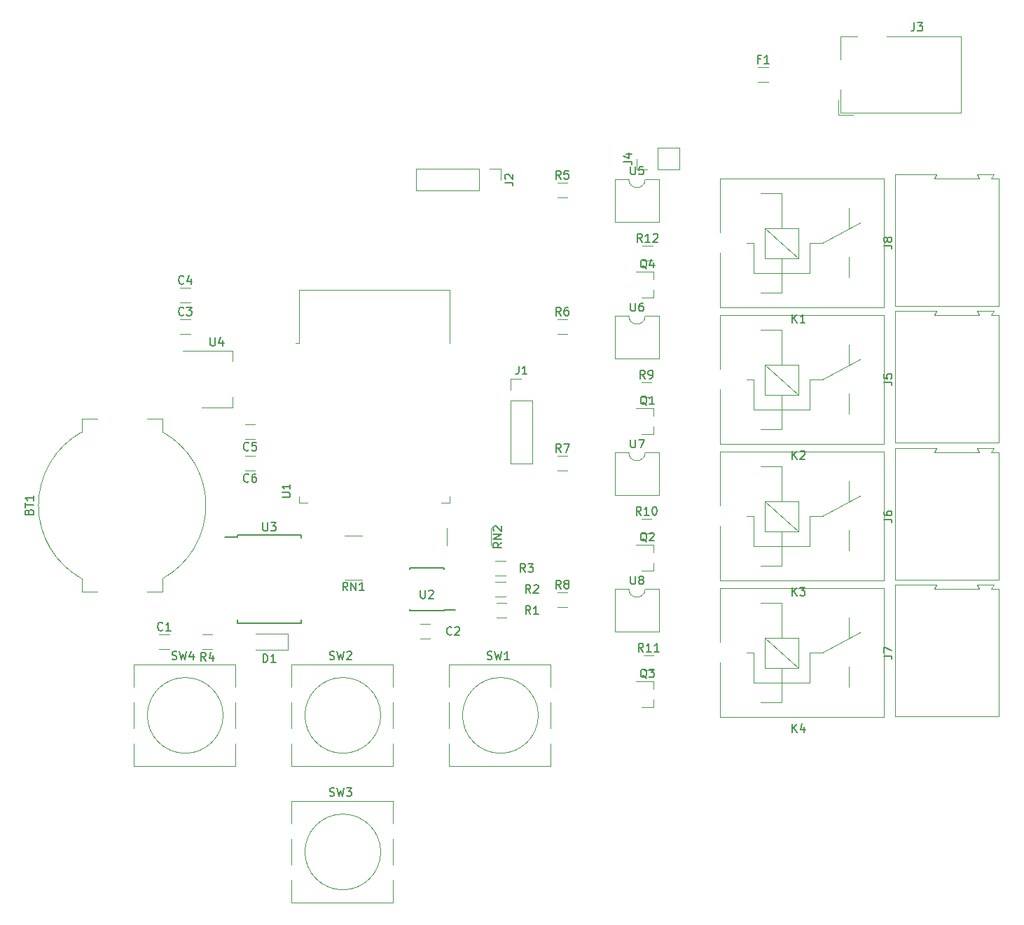
<source format=gbr>
G04 #@! TF.GenerationSoftware,KiCad,Pcbnew,5.0.2+dfsg1-1*
G04 #@! TF.CreationDate,2020-05-31T01:45:13+07:00*
G04 #@! TF.ProjectId,GatiHomeLampController,47617469-486f-46d6-954c-616d70436f6e,rev?*
G04 #@! TF.SameCoordinates,Original*
G04 #@! TF.FileFunction,Legend,Top*
G04 #@! TF.FilePolarity,Positive*
%FSLAX46Y46*%
G04 Gerber Fmt 4.6, Leading zero omitted, Abs format (unit mm)*
G04 Created by KiCad (PCBNEW 5.0.2+dfsg1-1) date Sun 31 May 2020 01:45:13 AM WIB*
%MOMM*%
%LPD*%
G01*
G04 APERTURE LIST*
%ADD10C,0.120000*%
%ADD11C,0.150000*%
G04 APERTURE END LIST*
D10*
G04 #@! TO.C,J6*
X181025000Y-79460000D02*
X181025000Y-95360000D01*
X186075000Y-79460000D02*
X181025000Y-79460000D01*
X185825000Y-79960000D02*
X186075000Y-79460000D01*
X191225000Y-79960000D02*
X185825000Y-79960000D01*
X190975000Y-79460000D02*
X191225000Y-79960000D01*
X192975000Y-79460000D02*
X190975000Y-79460000D01*
X192675000Y-79960000D02*
X192975000Y-79460000D01*
X193625000Y-79960000D02*
X192675000Y-79960000D01*
X193625000Y-95360000D02*
X193625000Y-79960000D01*
X181025000Y-95360000D02*
X193625000Y-95360000D01*
G04 #@! TO.C,J5*
X181025000Y-78770000D02*
X193625000Y-78770000D01*
X193625000Y-78770000D02*
X193625000Y-63370000D01*
X193625000Y-63370000D02*
X192675000Y-63370000D01*
X192675000Y-63370000D02*
X192975000Y-62870000D01*
X192975000Y-62870000D02*
X190975000Y-62870000D01*
X190975000Y-62870000D02*
X191225000Y-63370000D01*
X191225000Y-63370000D02*
X185825000Y-63370000D01*
X185825000Y-63370000D02*
X186075000Y-62870000D01*
X186075000Y-62870000D02*
X181025000Y-62870000D01*
X181025000Y-62870000D02*
X181025000Y-78770000D01*
G04 #@! TO.C,J8*
X181025000Y-46360000D02*
X181025000Y-62260000D01*
X186075000Y-46360000D02*
X181025000Y-46360000D01*
X185825000Y-46860000D02*
X186075000Y-46360000D01*
X191225000Y-46860000D02*
X185825000Y-46860000D01*
X190975000Y-46360000D02*
X191225000Y-46860000D01*
X192975000Y-46360000D02*
X190975000Y-46360000D01*
X192675000Y-46860000D02*
X192975000Y-46360000D01*
X193625000Y-46860000D02*
X192675000Y-46860000D01*
X193625000Y-62260000D02*
X193625000Y-46860000D01*
X181025000Y-62260000D02*
X193625000Y-62260000D01*
G04 #@! TO.C,J7*
X181025000Y-111870000D02*
X193625000Y-111870000D01*
X193625000Y-111870000D02*
X193625000Y-96470000D01*
X193625000Y-96470000D02*
X192675000Y-96470000D01*
X192675000Y-96470000D02*
X192975000Y-95970000D01*
X192975000Y-95970000D02*
X190975000Y-95970000D01*
X190975000Y-95970000D02*
X191225000Y-96470000D01*
X191225000Y-96470000D02*
X185825000Y-96470000D01*
X185825000Y-96470000D02*
X186075000Y-95970000D01*
X186075000Y-95970000D02*
X181025000Y-95970000D01*
X181025000Y-95970000D02*
X181025000Y-111870000D01*
G04 #@! TO.C,BT1*
X82745000Y-96830000D02*
X82745000Y-95222910D01*
X84630000Y-96830000D02*
X82745000Y-96830000D01*
X84630000Y-75890000D02*
X82745000Y-75890000D01*
X90630000Y-96830000D02*
X92515000Y-96830000D01*
X90630000Y-75890000D02*
X92515000Y-75890000D01*
X82745000Y-75890000D02*
X82745000Y-77497090D01*
X92515000Y-96830000D02*
X92515000Y-95222910D01*
X92515000Y-75890000D02*
X92515000Y-77497090D01*
X82745000Y-95222910D02*
G75*
G02X82745000Y-77497090I4885000J8862910D01*
G01*
X92511168Y-77494979D02*
G75*
G02X92515000Y-95222910I-4881168J-8865021D01*
G01*
G04 #@! TO.C,C1*
X92107936Y-101960000D02*
X93312064Y-101960000D01*
X92107936Y-103780000D02*
X93312064Y-103780000D01*
G04 #@! TO.C,C2*
X123640436Y-102510000D02*
X124844564Y-102510000D01*
X123640436Y-100690000D02*
X124844564Y-100690000D01*
G04 #@! TO.C,C3*
X94647936Y-65680000D02*
X95852064Y-65680000D01*
X94647936Y-63860000D02*
X95852064Y-63860000D01*
G04 #@! TO.C,C4*
X94647936Y-60050000D02*
X95852064Y-60050000D01*
X94647936Y-61870000D02*
X95852064Y-61870000D01*
G04 #@! TO.C,C5*
X103689564Y-76560000D02*
X102485436Y-76560000D01*
X103689564Y-78380000D02*
X102485436Y-78380000D01*
G04 #@! TO.C,C6*
X103689564Y-82190000D02*
X102485436Y-82190000D01*
X103689564Y-80370000D02*
X102485436Y-80370000D01*
G04 #@! TO.C,D1*
X107660000Y-103870000D02*
X107660000Y-101870000D01*
X107660000Y-101870000D02*
X103760000Y-101870000D01*
X107660000Y-103870000D02*
X103760000Y-103870000D01*
G04 #@! TO.C,F1*
X164497936Y-33380000D02*
X165702064Y-33380000D01*
X164497936Y-35200000D02*
X165702064Y-35200000D01*
G04 #@! TO.C,J1*
X134560000Y-71060000D02*
X135890000Y-71060000D01*
X134560000Y-72390000D02*
X134560000Y-71060000D01*
X134560000Y-73660000D02*
X137220000Y-73660000D01*
X137220000Y-73660000D02*
X137220000Y-81340000D01*
X134560000Y-73660000D02*
X134560000Y-81340000D01*
X134560000Y-81340000D02*
X137220000Y-81340000D01*
G04 #@! TO.C,J2*
X123130000Y-45660000D02*
X123130000Y-48320000D01*
X130810000Y-45660000D02*
X123130000Y-45660000D01*
X130810000Y-48320000D02*
X123130000Y-48320000D01*
X130810000Y-45660000D02*
X130810000Y-48320000D01*
X132080000Y-45660000D02*
X133410000Y-45660000D01*
X133410000Y-45660000D02*
X133410000Y-46990000D01*
G04 #@! TO.C,J3*
X180060000Y-29690000D02*
X189060000Y-29690000D01*
X189060000Y-29690000D02*
X189060000Y-38890000D01*
X189060000Y-38890000D02*
X174460000Y-38890000D01*
X174460000Y-38890000D02*
X174460000Y-36090000D01*
X174460000Y-32490000D02*
X174460000Y-29690000D01*
X174460000Y-29690000D02*
X176460000Y-29690000D01*
X175960000Y-39130000D02*
X174220000Y-39130000D01*
X174220000Y-39130000D02*
X174220000Y-37390000D01*
G04 #@! TO.C,J4*
X155000000Y-45780000D02*
X155000000Y-43120000D01*
X152400000Y-45780000D02*
X155000000Y-45780000D01*
X152400000Y-43120000D02*
X155000000Y-43120000D01*
X152400000Y-45780000D02*
X152400000Y-43120000D01*
X151130000Y-45780000D02*
X149800000Y-45780000D01*
X149800000Y-45780000D02*
X149800000Y-44450000D01*
G04 #@! TO.C,K1*
X169340000Y-56460000D02*
X165340000Y-56460000D01*
X169340000Y-52860000D02*
X169340000Y-56460000D01*
X165340000Y-52860000D02*
X169340000Y-52860000D01*
X165340000Y-56460000D02*
X165340000Y-52860000D01*
X169340000Y-56460000D02*
X165340000Y-52860000D01*
X167340000Y-56460000D02*
X167340000Y-60660000D01*
X167340000Y-48660000D02*
X167340000Y-52860000D01*
X163940000Y-54660000D02*
X163940000Y-58260000D01*
X170740000Y-54660000D02*
X170740000Y-58260000D01*
X170740000Y-58260000D02*
X163940000Y-58260000D01*
X172240000Y-54660000D02*
X176840000Y-52160000D01*
X170740000Y-54660000D02*
X172240000Y-54660000D01*
X167340000Y-48660000D02*
X164840000Y-48660000D01*
X163940000Y-54660000D02*
X163140000Y-54660000D01*
X164840000Y-60660000D02*
X167340000Y-60660000D01*
X175440000Y-50410000D02*
X175440000Y-52910000D01*
X175440000Y-58810000D02*
X175440000Y-56360000D01*
X179690000Y-62410000D02*
X159890000Y-62410000D01*
X179690000Y-46810000D02*
X179690000Y-62410000D01*
X159890000Y-46810000D02*
X179690000Y-46810000D01*
X159890000Y-46810000D02*
X159890000Y-53410000D01*
X159890000Y-55810000D02*
X159890000Y-62410000D01*
G04 #@! TO.C,K2*
X159890000Y-72320000D02*
X159890000Y-78920000D01*
X159890000Y-63320000D02*
X159890000Y-69920000D01*
X159890000Y-63320000D02*
X179690000Y-63320000D01*
X179690000Y-63320000D02*
X179690000Y-78920000D01*
X179690000Y-78920000D02*
X159890000Y-78920000D01*
X175440000Y-75320000D02*
X175440000Y-72870000D01*
X175440000Y-66920000D02*
X175440000Y-69420000D01*
X164840000Y-77170000D02*
X167340000Y-77170000D01*
X163940000Y-71170000D02*
X163140000Y-71170000D01*
X167340000Y-65170000D02*
X164840000Y-65170000D01*
X170740000Y-71170000D02*
X172240000Y-71170000D01*
X172240000Y-71170000D02*
X176840000Y-68670000D01*
X170740000Y-74770000D02*
X163940000Y-74770000D01*
X170740000Y-71170000D02*
X170740000Y-74770000D01*
X163940000Y-71170000D02*
X163940000Y-74770000D01*
X167340000Y-65170000D02*
X167340000Y-69370000D01*
X167340000Y-72970000D02*
X167340000Y-77170000D01*
X169340000Y-72970000D02*
X165340000Y-69370000D01*
X165340000Y-72970000D02*
X165340000Y-69370000D01*
X165340000Y-69370000D02*
X169340000Y-69370000D01*
X169340000Y-69370000D02*
X169340000Y-72970000D01*
X169340000Y-72970000D02*
X165340000Y-72970000D01*
G04 #@! TO.C,K3*
X169340000Y-89480000D02*
X165340000Y-89480000D01*
X169340000Y-85880000D02*
X169340000Y-89480000D01*
X165340000Y-85880000D02*
X169340000Y-85880000D01*
X165340000Y-89480000D02*
X165340000Y-85880000D01*
X169340000Y-89480000D02*
X165340000Y-85880000D01*
X167340000Y-89480000D02*
X167340000Y-93680000D01*
X167340000Y-81680000D02*
X167340000Y-85880000D01*
X163940000Y-87680000D02*
X163940000Y-91280000D01*
X170740000Y-87680000D02*
X170740000Y-91280000D01*
X170740000Y-91280000D02*
X163940000Y-91280000D01*
X172240000Y-87680000D02*
X176840000Y-85180000D01*
X170740000Y-87680000D02*
X172240000Y-87680000D01*
X167340000Y-81680000D02*
X164840000Y-81680000D01*
X163940000Y-87680000D02*
X163140000Y-87680000D01*
X164840000Y-93680000D02*
X167340000Y-93680000D01*
X175440000Y-83430000D02*
X175440000Y-85930000D01*
X175440000Y-91830000D02*
X175440000Y-89380000D01*
X179690000Y-95430000D02*
X159890000Y-95430000D01*
X179690000Y-79830000D02*
X179690000Y-95430000D01*
X159890000Y-79830000D02*
X179690000Y-79830000D01*
X159890000Y-79830000D02*
X159890000Y-86430000D01*
X159890000Y-88830000D02*
X159890000Y-95430000D01*
G04 #@! TO.C,K4*
X159890000Y-105340000D02*
X159890000Y-111940000D01*
X159890000Y-96340000D02*
X159890000Y-102940000D01*
X159890000Y-96340000D02*
X179690000Y-96340000D01*
X179690000Y-96340000D02*
X179690000Y-111940000D01*
X179690000Y-111940000D02*
X159890000Y-111940000D01*
X175440000Y-108340000D02*
X175440000Y-105890000D01*
X175440000Y-99940000D02*
X175440000Y-102440000D01*
X164840000Y-110190000D02*
X167340000Y-110190000D01*
X163940000Y-104190000D02*
X163140000Y-104190000D01*
X167340000Y-98190000D02*
X164840000Y-98190000D01*
X170740000Y-104190000D02*
X172240000Y-104190000D01*
X172240000Y-104190000D02*
X176840000Y-101690000D01*
X170740000Y-107790000D02*
X163940000Y-107790000D01*
X170740000Y-104190000D02*
X170740000Y-107790000D01*
X163940000Y-104190000D02*
X163940000Y-107790000D01*
X167340000Y-98190000D02*
X167340000Y-102390000D01*
X167340000Y-105990000D02*
X167340000Y-110190000D01*
X169340000Y-105990000D02*
X165340000Y-102390000D01*
X165340000Y-105990000D02*
X165340000Y-102390000D01*
X165340000Y-102390000D02*
X169340000Y-102390000D01*
X169340000Y-102390000D02*
X169340000Y-105990000D01*
X169340000Y-105990000D02*
X165340000Y-105990000D01*
G04 #@! TO.C,Q1*
X151890000Y-77780000D02*
X151890000Y-76850000D01*
X151890000Y-74620000D02*
X151890000Y-75550000D01*
X151890000Y-74620000D02*
X149730000Y-74620000D01*
X151890000Y-77780000D02*
X150430000Y-77780000D01*
G04 #@! TO.C,Q2*
X151890000Y-94290000D02*
X150430000Y-94290000D01*
X151890000Y-91130000D02*
X149730000Y-91130000D01*
X151890000Y-91130000D02*
X151890000Y-92060000D01*
X151890000Y-94290000D02*
X151890000Y-93360000D01*
G04 #@! TO.C,Q3*
X151890000Y-110800000D02*
X151890000Y-109870000D01*
X151890000Y-107640000D02*
X151890000Y-108570000D01*
X151890000Y-107640000D02*
X149730000Y-107640000D01*
X151890000Y-110800000D02*
X150430000Y-110800000D01*
G04 #@! TO.C,Q4*
X151890000Y-61270000D02*
X150430000Y-61270000D01*
X151890000Y-58110000D02*
X149730000Y-58110000D01*
X151890000Y-58110000D02*
X151890000Y-59040000D01*
X151890000Y-61270000D02*
X151890000Y-60340000D01*
G04 #@! TO.C,R1*
X132877936Y-99970000D02*
X134082064Y-99970000D01*
X132877936Y-98150000D02*
X134082064Y-98150000D01*
G04 #@! TO.C,R2*
X132747936Y-95610000D02*
X133952064Y-95610000D01*
X132747936Y-97430000D02*
X133952064Y-97430000D01*
G04 #@! TO.C,R3*
X132747936Y-94890000D02*
X133952064Y-94890000D01*
X132747936Y-93070000D02*
X133952064Y-93070000D01*
G04 #@! TO.C,R4*
X98522064Y-101960000D02*
X97317936Y-101960000D01*
X98522064Y-103780000D02*
X97317936Y-103780000D01*
G04 #@! TO.C,R5*
X140237936Y-49170000D02*
X141442064Y-49170000D01*
X140237936Y-47350000D02*
X141442064Y-47350000D01*
G04 #@! TO.C,R6*
X140237936Y-63860000D02*
X141442064Y-63860000D01*
X140237936Y-65680000D02*
X141442064Y-65680000D01*
G04 #@! TO.C,R7*
X140237936Y-80370000D02*
X141442064Y-80370000D01*
X140237936Y-82190000D02*
X141442064Y-82190000D01*
G04 #@! TO.C,R8*
X140237936Y-98700000D02*
X141442064Y-98700000D01*
X140237936Y-96880000D02*
X141442064Y-96880000D01*
G04 #@! TO.C,R9*
X150397936Y-71480000D02*
X151602064Y-71480000D01*
X150397936Y-73300000D02*
X151602064Y-73300000D01*
G04 #@! TO.C,R10*
X150397936Y-87990000D02*
X151602064Y-87990000D01*
X150397936Y-89810000D02*
X151602064Y-89810000D01*
G04 #@! TO.C,R11*
X150657936Y-106320000D02*
X151862064Y-106320000D01*
X150657936Y-104500000D02*
X151862064Y-104500000D01*
G04 #@! TO.C,R12*
X150527936Y-54970000D02*
X151732064Y-54970000D01*
X150527936Y-56790000D02*
X151732064Y-56790000D01*
G04 #@! TO.C,RN1*
X114520000Y-95380000D02*
X116620000Y-95380000D01*
X114520000Y-90040000D02*
X116620000Y-90040000D01*
G04 #@! TO.C,RN2*
X126870000Y-91220000D02*
X126870000Y-89120000D01*
X132210000Y-91220000D02*
X132210000Y-89120000D01*
G04 #@! TO.C,SW1*
X139400000Y-105570000D02*
X139400000Y-108290000D01*
X139400000Y-115150000D02*
X139400000Y-117870000D01*
X127100000Y-113290000D02*
X127100000Y-110150000D01*
X127100000Y-117870000D02*
X127100000Y-115150000D01*
X137929050Y-111760000D02*
G75*
G03X137929050Y-111760000I-4579050J0D01*
G01*
X127100000Y-108290000D02*
X127100000Y-105570000D01*
X139400000Y-117870000D02*
X127100000Y-117870000D01*
X139400000Y-110150000D02*
X139400000Y-113290000D01*
X127100000Y-105570000D02*
X139400000Y-105570000D01*
G04 #@! TO.C,SW2*
X108050000Y-105570000D02*
X120350000Y-105570000D01*
X120350000Y-110150000D02*
X120350000Y-113290000D01*
X120350000Y-117870000D02*
X108050000Y-117870000D01*
X108050000Y-108290000D02*
X108050000Y-105570000D01*
X118879050Y-111760000D02*
G75*
G03X118879050Y-111760000I-4579050J0D01*
G01*
X108050000Y-117870000D02*
X108050000Y-115150000D01*
X108050000Y-113290000D02*
X108050000Y-110150000D01*
X120350000Y-115150000D02*
X120350000Y-117870000D01*
X120350000Y-105570000D02*
X120350000Y-108290000D01*
G04 #@! TO.C,SW3*
X108050000Y-122080000D02*
X120350000Y-122080000D01*
X120350000Y-126660000D02*
X120350000Y-129800000D01*
X120350000Y-134380000D02*
X108050000Y-134380000D01*
X108050000Y-124800000D02*
X108050000Y-122080000D01*
X118879050Y-128270000D02*
G75*
G03X118879050Y-128270000I-4579050J0D01*
G01*
X108050000Y-134380000D02*
X108050000Y-131660000D01*
X108050000Y-129800000D02*
X108050000Y-126660000D01*
X120350000Y-131660000D02*
X120350000Y-134380000D01*
X120350000Y-122080000D02*
X120350000Y-124800000D01*
G04 #@! TO.C,SW4*
X101300000Y-105570000D02*
X101300000Y-108290000D01*
X101300000Y-115150000D02*
X101300000Y-117870000D01*
X89000000Y-113290000D02*
X89000000Y-110150000D01*
X89000000Y-117870000D02*
X89000000Y-115150000D01*
X99829050Y-111760000D02*
G75*
G03X99829050Y-111760000I-4579050J0D01*
G01*
X89000000Y-108290000D02*
X89000000Y-105570000D01*
X101300000Y-117870000D02*
X89000000Y-117870000D01*
X101300000Y-110150000D02*
X101300000Y-113290000D01*
X89000000Y-105570000D02*
X101300000Y-105570000D01*
G04 #@! TO.C,U1*
X108990000Y-85300000D02*
X108990000Y-86080000D01*
X108990000Y-86080000D02*
X109990000Y-86080000D01*
X127230000Y-85300000D02*
X127230000Y-86080000D01*
X127230000Y-86080000D02*
X126230000Y-86080000D01*
X108990000Y-60335000D02*
X127230000Y-60335000D01*
X127230000Y-60335000D02*
X127230000Y-66755000D01*
X108990000Y-60335000D02*
X108990000Y-66755000D01*
X108990000Y-66755000D02*
X108610000Y-66755000D01*
D11*
G04 #@! TO.C,U2*
X126535000Y-99095000D02*
X126535000Y-99045000D01*
X122385000Y-99095000D02*
X122385000Y-98950000D01*
X122385000Y-93945000D02*
X122385000Y-94090000D01*
X126535000Y-93945000D02*
X126535000Y-94090000D01*
X126535000Y-99095000D02*
X122385000Y-99095000D01*
X126535000Y-93945000D02*
X122385000Y-93945000D01*
X126535000Y-99045000D02*
X127935000Y-99045000D01*
G04 #@! TO.C,U3*
X101535000Y-89925000D02*
X101535000Y-90200000D01*
X109285000Y-89925000D02*
X109285000Y-90280000D01*
X109285000Y-100575000D02*
X109285000Y-100220000D01*
X101535000Y-100575000D02*
X101535000Y-100220000D01*
X101535000Y-89925000D02*
X109285000Y-89925000D01*
X101535000Y-100575000D02*
X109285000Y-100575000D01*
X101535000Y-90200000D02*
X100010000Y-90200000D01*
D10*
G04 #@! TO.C,U4*
X100970000Y-74530000D02*
X100970000Y-73270000D01*
X100970000Y-67710000D02*
X100970000Y-68970000D01*
X97210000Y-74530000D02*
X100970000Y-74530000D01*
X94960000Y-67710000D02*
X100970000Y-67710000D01*
G04 #@! TO.C,U5*
X150860000Y-46930000D02*
G75*
G02X148860000Y-46930000I-1000000J0D01*
G01*
X148860000Y-46930000D02*
X147210000Y-46930000D01*
X147210000Y-46930000D02*
X147210000Y-52130000D01*
X147210000Y-52130000D02*
X152510000Y-52130000D01*
X152510000Y-52130000D02*
X152510000Y-46930000D01*
X152510000Y-46930000D02*
X150860000Y-46930000D01*
G04 #@! TO.C,U6*
X152510000Y-63440000D02*
X150860000Y-63440000D01*
X152510000Y-68640000D02*
X152510000Y-63440000D01*
X147210000Y-68640000D02*
X152510000Y-68640000D01*
X147210000Y-63440000D02*
X147210000Y-68640000D01*
X148860000Y-63440000D02*
X147210000Y-63440000D01*
X150860000Y-63440000D02*
G75*
G02X148860000Y-63440000I-1000000J0D01*
G01*
G04 #@! TO.C,U7*
X150860000Y-79950000D02*
G75*
G02X148860000Y-79950000I-1000000J0D01*
G01*
X148860000Y-79950000D02*
X147210000Y-79950000D01*
X147210000Y-79950000D02*
X147210000Y-85150000D01*
X147210000Y-85150000D02*
X152510000Y-85150000D01*
X152510000Y-85150000D02*
X152510000Y-79950000D01*
X152510000Y-79950000D02*
X150860000Y-79950000D01*
G04 #@! TO.C,U8*
X152510000Y-96460000D02*
X150860000Y-96460000D01*
X152510000Y-101660000D02*
X152510000Y-96460000D01*
X147210000Y-101660000D02*
X152510000Y-101660000D01*
X147210000Y-96460000D02*
X147210000Y-101660000D01*
X148860000Y-96460000D02*
X147210000Y-96460000D01*
X150860000Y-96460000D02*
G75*
G02X148860000Y-96460000I-1000000J0D01*
G01*
G04 #@! TO.C,J6*
D11*
X179677380Y-88043333D02*
X180391666Y-88043333D01*
X180534523Y-88090952D01*
X180629761Y-88186190D01*
X180677380Y-88329047D01*
X180677380Y-88424285D01*
X179677380Y-87138571D02*
X179677380Y-87329047D01*
X179725000Y-87424285D01*
X179772619Y-87471904D01*
X179915476Y-87567142D01*
X180105952Y-87614761D01*
X180486904Y-87614761D01*
X180582142Y-87567142D01*
X180629761Y-87519523D01*
X180677380Y-87424285D01*
X180677380Y-87233809D01*
X180629761Y-87138571D01*
X180582142Y-87090952D01*
X180486904Y-87043333D01*
X180248809Y-87043333D01*
X180153571Y-87090952D01*
X180105952Y-87138571D01*
X180058333Y-87233809D01*
X180058333Y-87424285D01*
X180105952Y-87519523D01*
X180153571Y-87567142D01*
X180248809Y-87614761D01*
G04 #@! TO.C,J5*
X179677380Y-71453333D02*
X180391666Y-71453333D01*
X180534523Y-71500952D01*
X180629761Y-71596190D01*
X180677380Y-71739047D01*
X180677380Y-71834285D01*
X179677380Y-70500952D02*
X179677380Y-70977142D01*
X180153571Y-71024761D01*
X180105952Y-70977142D01*
X180058333Y-70881904D01*
X180058333Y-70643809D01*
X180105952Y-70548571D01*
X180153571Y-70500952D01*
X180248809Y-70453333D01*
X180486904Y-70453333D01*
X180582142Y-70500952D01*
X180629761Y-70548571D01*
X180677380Y-70643809D01*
X180677380Y-70881904D01*
X180629761Y-70977142D01*
X180582142Y-71024761D01*
G04 #@! TO.C,J8*
X179677380Y-54943333D02*
X180391666Y-54943333D01*
X180534523Y-54990952D01*
X180629761Y-55086190D01*
X180677380Y-55229047D01*
X180677380Y-55324285D01*
X180105952Y-54324285D02*
X180058333Y-54419523D01*
X180010714Y-54467142D01*
X179915476Y-54514761D01*
X179867857Y-54514761D01*
X179772619Y-54467142D01*
X179725000Y-54419523D01*
X179677380Y-54324285D01*
X179677380Y-54133809D01*
X179725000Y-54038571D01*
X179772619Y-53990952D01*
X179867857Y-53943333D01*
X179915476Y-53943333D01*
X180010714Y-53990952D01*
X180058333Y-54038571D01*
X180105952Y-54133809D01*
X180105952Y-54324285D01*
X180153571Y-54419523D01*
X180201190Y-54467142D01*
X180296428Y-54514761D01*
X180486904Y-54514761D01*
X180582142Y-54467142D01*
X180629761Y-54419523D01*
X180677380Y-54324285D01*
X180677380Y-54133809D01*
X180629761Y-54038571D01*
X180582142Y-53990952D01*
X180486904Y-53943333D01*
X180296428Y-53943333D01*
X180201190Y-53990952D01*
X180153571Y-54038571D01*
X180105952Y-54133809D01*
G04 #@! TO.C,J7*
X179677380Y-104553333D02*
X180391666Y-104553333D01*
X180534523Y-104600952D01*
X180629761Y-104696190D01*
X180677380Y-104839047D01*
X180677380Y-104934285D01*
X179677380Y-104172380D02*
X179677380Y-103505714D01*
X180677380Y-103934285D01*
G04 #@! TO.C,BT1*
X76358571Y-87145714D02*
X76406190Y-87002857D01*
X76453809Y-86955238D01*
X76549047Y-86907619D01*
X76691904Y-86907619D01*
X76787142Y-86955238D01*
X76834761Y-87002857D01*
X76882380Y-87098095D01*
X76882380Y-87479047D01*
X75882380Y-87479047D01*
X75882380Y-87145714D01*
X75930000Y-87050476D01*
X75977619Y-87002857D01*
X76072857Y-86955238D01*
X76168095Y-86955238D01*
X76263333Y-87002857D01*
X76310952Y-87050476D01*
X76358571Y-87145714D01*
X76358571Y-87479047D01*
X75882380Y-86621904D02*
X75882380Y-86050476D01*
X76882380Y-86336190D02*
X75882380Y-86336190D01*
X76882380Y-85193333D02*
X76882380Y-85764761D01*
X76882380Y-85479047D02*
X75882380Y-85479047D01*
X76025238Y-85574285D01*
X76120476Y-85669523D01*
X76168095Y-85764761D01*
G04 #@! TO.C,C1*
X92543333Y-101407142D02*
X92495714Y-101454761D01*
X92352857Y-101502380D01*
X92257619Y-101502380D01*
X92114761Y-101454761D01*
X92019523Y-101359523D01*
X91971904Y-101264285D01*
X91924285Y-101073809D01*
X91924285Y-100930952D01*
X91971904Y-100740476D01*
X92019523Y-100645238D01*
X92114761Y-100550000D01*
X92257619Y-100502380D01*
X92352857Y-100502380D01*
X92495714Y-100550000D01*
X92543333Y-100597619D01*
X93495714Y-101502380D02*
X92924285Y-101502380D01*
X93210000Y-101502380D02*
X93210000Y-100502380D01*
X93114761Y-100645238D01*
X93019523Y-100740476D01*
X92924285Y-100788095D01*
G04 #@! TO.C,C2*
X127468333Y-101957142D02*
X127420714Y-102004761D01*
X127277857Y-102052380D01*
X127182619Y-102052380D01*
X127039761Y-102004761D01*
X126944523Y-101909523D01*
X126896904Y-101814285D01*
X126849285Y-101623809D01*
X126849285Y-101480952D01*
X126896904Y-101290476D01*
X126944523Y-101195238D01*
X127039761Y-101100000D01*
X127182619Y-101052380D01*
X127277857Y-101052380D01*
X127420714Y-101100000D01*
X127468333Y-101147619D01*
X127849285Y-101147619D02*
X127896904Y-101100000D01*
X127992142Y-101052380D01*
X128230238Y-101052380D01*
X128325476Y-101100000D01*
X128373095Y-101147619D01*
X128420714Y-101242857D01*
X128420714Y-101338095D01*
X128373095Y-101480952D01*
X127801666Y-102052380D01*
X128420714Y-102052380D01*
G04 #@! TO.C,C3*
X95083333Y-63307142D02*
X95035714Y-63354761D01*
X94892857Y-63402380D01*
X94797619Y-63402380D01*
X94654761Y-63354761D01*
X94559523Y-63259523D01*
X94511904Y-63164285D01*
X94464285Y-62973809D01*
X94464285Y-62830952D01*
X94511904Y-62640476D01*
X94559523Y-62545238D01*
X94654761Y-62450000D01*
X94797619Y-62402380D01*
X94892857Y-62402380D01*
X95035714Y-62450000D01*
X95083333Y-62497619D01*
X95416666Y-62402380D02*
X96035714Y-62402380D01*
X95702380Y-62783333D01*
X95845238Y-62783333D01*
X95940476Y-62830952D01*
X95988095Y-62878571D01*
X96035714Y-62973809D01*
X96035714Y-63211904D01*
X95988095Y-63307142D01*
X95940476Y-63354761D01*
X95845238Y-63402380D01*
X95559523Y-63402380D01*
X95464285Y-63354761D01*
X95416666Y-63307142D01*
G04 #@! TO.C,C4*
X95083333Y-59497142D02*
X95035714Y-59544761D01*
X94892857Y-59592380D01*
X94797619Y-59592380D01*
X94654761Y-59544761D01*
X94559523Y-59449523D01*
X94511904Y-59354285D01*
X94464285Y-59163809D01*
X94464285Y-59020952D01*
X94511904Y-58830476D01*
X94559523Y-58735238D01*
X94654761Y-58640000D01*
X94797619Y-58592380D01*
X94892857Y-58592380D01*
X95035714Y-58640000D01*
X95083333Y-58687619D01*
X95940476Y-58925714D02*
X95940476Y-59592380D01*
X95702380Y-58544761D02*
X95464285Y-59259047D01*
X96083333Y-59259047D01*
G04 #@! TO.C,C5*
X102920833Y-79647142D02*
X102873214Y-79694761D01*
X102730357Y-79742380D01*
X102635119Y-79742380D01*
X102492261Y-79694761D01*
X102397023Y-79599523D01*
X102349404Y-79504285D01*
X102301785Y-79313809D01*
X102301785Y-79170952D01*
X102349404Y-78980476D01*
X102397023Y-78885238D01*
X102492261Y-78790000D01*
X102635119Y-78742380D01*
X102730357Y-78742380D01*
X102873214Y-78790000D01*
X102920833Y-78837619D01*
X103825595Y-78742380D02*
X103349404Y-78742380D01*
X103301785Y-79218571D01*
X103349404Y-79170952D01*
X103444642Y-79123333D01*
X103682738Y-79123333D01*
X103777976Y-79170952D01*
X103825595Y-79218571D01*
X103873214Y-79313809D01*
X103873214Y-79551904D01*
X103825595Y-79647142D01*
X103777976Y-79694761D01*
X103682738Y-79742380D01*
X103444642Y-79742380D01*
X103349404Y-79694761D01*
X103301785Y-79647142D01*
G04 #@! TO.C,C6*
X102920833Y-83457142D02*
X102873214Y-83504761D01*
X102730357Y-83552380D01*
X102635119Y-83552380D01*
X102492261Y-83504761D01*
X102397023Y-83409523D01*
X102349404Y-83314285D01*
X102301785Y-83123809D01*
X102301785Y-82980952D01*
X102349404Y-82790476D01*
X102397023Y-82695238D01*
X102492261Y-82600000D01*
X102635119Y-82552380D01*
X102730357Y-82552380D01*
X102873214Y-82600000D01*
X102920833Y-82647619D01*
X103777976Y-82552380D02*
X103587500Y-82552380D01*
X103492261Y-82600000D01*
X103444642Y-82647619D01*
X103349404Y-82790476D01*
X103301785Y-82980952D01*
X103301785Y-83361904D01*
X103349404Y-83457142D01*
X103397023Y-83504761D01*
X103492261Y-83552380D01*
X103682738Y-83552380D01*
X103777976Y-83504761D01*
X103825595Y-83457142D01*
X103873214Y-83361904D01*
X103873214Y-83123809D01*
X103825595Y-83028571D01*
X103777976Y-82980952D01*
X103682738Y-82933333D01*
X103492261Y-82933333D01*
X103397023Y-82980952D01*
X103349404Y-83028571D01*
X103301785Y-83123809D01*
G04 #@! TO.C,D1*
X104671904Y-105322380D02*
X104671904Y-104322380D01*
X104910000Y-104322380D01*
X105052857Y-104370000D01*
X105148095Y-104465238D01*
X105195714Y-104560476D01*
X105243333Y-104750952D01*
X105243333Y-104893809D01*
X105195714Y-105084285D01*
X105148095Y-105179523D01*
X105052857Y-105274761D01*
X104910000Y-105322380D01*
X104671904Y-105322380D01*
X106195714Y-105322380D02*
X105624285Y-105322380D01*
X105910000Y-105322380D02*
X105910000Y-104322380D01*
X105814761Y-104465238D01*
X105719523Y-104560476D01*
X105624285Y-104608095D01*
G04 #@! TO.C,F1*
X164766666Y-32398571D02*
X164433333Y-32398571D01*
X164433333Y-32922380D02*
X164433333Y-31922380D01*
X164909523Y-31922380D01*
X165814285Y-32922380D02*
X165242857Y-32922380D01*
X165528571Y-32922380D02*
X165528571Y-31922380D01*
X165433333Y-32065238D01*
X165338095Y-32160476D01*
X165242857Y-32208095D01*
G04 #@! TO.C,J1*
X135556666Y-69512380D02*
X135556666Y-70226666D01*
X135509047Y-70369523D01*
X135413809Y-70464761D01*
X135270952Y-70512380D01*
X135175714Y-70512380D01*
X136556666Y-70512380D02*
X135985238Y-70512380D01*
X136270952Y-70512380D02*
X136270952Y-69512380D01*
X136175714Y-69655238D01*
X136080476Y-69750476D01*
X135985238Y-69798095D01*
G04 #@! TO.C,J2*
X133862380Y-47323333D02*
X134576666Y-47323333D01*
X134719523Y-47370952D01*
X134814761Y-47466190D01*
X134862380Y-47609047D01*
X134862380Y-47704285D01*
X133957619Y-46894761D02*
X133910000Y-46847142D01*
X133862380Y-46751904D01*
X133862380Y-46513809D01*
X133910000Y-46418571D01*
X133957619Y-46370952D01*
X134052857Y-46323333D01*
X134148095Y-46323333D01*
X134290952Y-46370952D01*
X134862380Y-46942380D01*
X134862380Y-46323333D01*
G04 #@! TO.C,J3*
X183376666Y-27992380D02*
X183376666Y-28706666D01*
X183329047Y-28849523D01*
X183233809Y-28944761D01*
X183090952Y-28992380D01*
X182995714Y-28992380D01*
X183757619Y-27992380D02*
X184376666Y-27992380D01*
X184043333Y-28373333D01*
X184186190Y-28373333D01*
X184281428Y-28420952D01*
X184329047Y-28468571D01*
X184376666Y-28563809D01*
X184376666Y-28801904D01*
X184329047Y-28897142D01*
X184281428Y-28944761D01*
X184186190Y-28992380D01*
X183900476Y-28992380D01*
X183805238Y-28944761D01*
X183757619Y-28897142D01*
G04 #@! TO.C,J4*
X148252380Y-44783333D02*
X148966666Y-44783333D01*
X149109523Y-44830952D01*
X149204761Y-44926190D01*
X149252380Y-45069047D01*
X149252380Y-45164285D01*
X148585714Y-43878571D02*
X149252380Y-43878571D01*
X148204761Y-44116666D02*
X148919047Y-44354761D01*
X148919047Y-43735714D01*
G04 #@! TO.C,K1*
X168651904Y-64262380D02*
X168651904Y-63262380D01*
X169223333Y-64262380D02*
X168794761Y-63690952D01*
X169223333Y-63262380D02*
X168651904Y-63833809D01*
X170175714Y-64262380D02*
X169604285Y-64262380D01*
X169890000Y-64262380D02*
X169890000Y-63262380D01*
X169794761Y-63405238D01*
X169699523Y-63500476D01*
X169604285Y-63548095D01*
G04 #@! TO.C,K2*
X168651904Y-80772380D02*
X168651904Y-79772380D01*
X169223333Y-80772380D02*
X168794761Y-80200952D01*
X169223333Y-79772380D02*
X168651904Y-80343809D01*
X169604285Y-79867619D02*
X169651904Y-79820000D01*
X169747142Y-79772380D01*
X169985238Y-79772380D01*
X170080476Y-79820000D01*
X170128095Y-79867619D01*
X170175714Y-79962857D01*
X170175714Y-80058095D01*
X170128095Y-80200952D01*
X169556666Y-80772380D01*
X170175714Y-80772380D01*
G04 #@! TO.C,K3*
X168651904Y-97282380D02*
X168651904Y-96282380D01*
X169223333Y-97282380D02*
X168794761Y-96710952D01*
X169223333Y-96282380D02*
X168651904Y-96853809D01*
X169556666Y-96282380D02*
X170175714Y-96282380D01*
X169842380Y-96663333D01*
X169985238Y-96663333D01*
X170080476Y-96710952D01*
X170128095Y-96758571D01*
X170175714Y-96853809D01*
X170175714Y-97091904D01*
X170128095Y-97187142D01*
X170080476Y-97234761D01*
X169985238Y-97282380D01*
X169699523Y-97282380D01*
X169604285Y-97234761D01*
X169556666Y-97187142D01*
G04 #@! TO.C,K4*
X168651904Y-113792380D02*
X168651904Y-112792380D01*
X169223333Y-113792380D02*
X168794761Y-113220952D01*
X169223333Y-112792380D02*
X168651904Y-113363809D01*
X170080476Y-113125714D02*
X170080476Y-113792380D01*
X169842380Y-112744761D02*
X169604285Y-113459047D01*
X170223333Y-113459047D01*
G04 #@! TO.C,Q1*
X151034761Y-74247619D02*
X150939523Y-74200000D01*
X150844285Y-74104761D01*
X150701428Y-73961904D01*
X150606190Y-73914285D01*
X150510952Y-73914285D01*
X150558571Y-74152380D02*
X150463333Y-74104761D01*
X150368095Y-74009523D01*
X150320476Y-73819047D01*
X150320476Y-73485714D01*
X150368095Y-73295238D01*
X150463333Y-73200000D01*
X150558571Y-73152380D01*
X150749047Y-73152380D01*
X150844285Y-73200000D01*
X150939523Y-73295238D01*
X150987142Y-73485714D01*
X150987142Y-73819047D01*
X150939523Y-74009523D01*
X150844285Y-74104761D01*
X150749047Y-74152380D01*
X150558571Y-74152380D01*
X151939523Y-74152380D02*
X151368095Y-74152380D01*
X151653809Y-74152380D02*
X151653809Y-73152380D01*
X151558571Y-73295238D01*
X151463333Y-73390476D01*
X151368095Y-73438095D01*
G04 #@! TO.C,Q2*
X151034761Y-90757619D02*
X150939523Y-90710000D01*
X150844285Y-90614761D01*
X150701428Y-90471904D01*
X150606190Y-90424285D01*
X150510952Y-90424285D01*
X150558571Y-90662380D02*
X150463333Y-90614761D01*
X150368095Y-90519523D01*
X150320476Y-90329047D01*
X150320476Y-89995714D01*
X150368095Y-89805238D01*
X150463333Y-89710000D01*
X150558571Y-89662380D01*
X150749047Y-89662380D01*
X150844285Y-89710000D01*
X150939523Y-89805238D01*
X150987142Y-89995714D01*
X150987142Y-90329047D01*
X150939523Y-90519523D01*
X150844285Y-90614761D01*
X150749047Y-90662380D01*
X150558571Y-90662380D01*
X151368095Y-89757619D02*
X151415714Y-89710000D01*
X151510952Y-89662380D01*
X151749047Y-89662380D01*
X151844285Y-89710000D01*
X151891904Y-89757619D01*
X151939523Y-89852857D01*
X151939523Y-89948095D01*
X151891904Y-90090952D01*
X151320476Y-90662380D01*
X151939523Y-90662380D01*
G04 #@! TO.C,Q3*
X151034761Y-107267619D02*
X150939523Y-107220000D01*
X150844285Y-107124761D01*
X150701428Y-106981904D01*
X150606190Y-106934285D01*
X150510952Y-106934285D01*
X150558571Y-107172380D02*
X150463333Y-107124761D01*
X150368095Y-107029523D01*
X150320476Y-106839047D01*
X150320476Y-106505714D01*
X150368095Y-106315238D01*
X150463333Y-106220000D01*
X150558571Y-106172380D01*
X150749047Y-106172380D01*
X150844285Y-106220000D01*
X150939523Y-106315238D01*
X150987142Y-106505714D01*
X150987142Y-106839047D01*
X150939523Y-107029523D01*
X150844285Y-107124761D01*
X150749047Y-107172380D01*
X150558571Y-107172380D01*
X151320476Y-106172380D02*
X151939523Y-106172380D01*
X151606190Y-106553333D01*
X151749047Y-106553333D01*
X151844285Y-106600952D01*
X151891904Y-106648571D01*
X151939523Y-106743809D01*
X151939523Y-106981904D01*
X151891904Y-107077142D01*
X151844285Y-107124761D01*
X151749047Y-107172380D01*
X151463333Y-107172380D01*
X151368095Y-107124761D01*
X151320476Y-107077142D01*
G04 #@! TO.C,Q4*
X151034761Y-57737619D02*
X150939523Y-57690000D01*
X150844285Y-57594761D01*
X150701428Y-57451904D01*
X150606190Y-57404285D01*
X150510952Y-57404285D01*
X150558571Y-57642380D02*
X150463333Y-57594761D01*
X150368095Y-57499523D01*
X150320476Y-57309047D01*
X150320476Y-56975714D01*
X150368095Y-56785238D01*
X150463333Y-56690000D01*
X150558571Y-56642380D01*
X150749047Y-56642380D01*
X150844285Y-56690000D01*
X150939523Y-56785238D01*
X150987142Y-56975714D01*
X150987142Y-57309047D01*
X150939523Y-57499523D01*
X150844285Y-57594761D01*
X150749047Y-57642380D01*
X150558571Y-57642380D01*
X151844285Y-56975714D02*
X151844285Y-57642380D01*
X151606190Y-56594761D02*
X151368095Y-57309047D01*
X151987142Y-57309047D01*
G04 #@! TO.C,R1*
X136993333Y-99512380D02*
X136660000Y-99036190D01*
X136421904Y-99512380D02*
X136421904Y-98512380D01*
X136802857Y-98512380D01*
X136898095Y-98560000D01*
X136945714Y-98607619D01*
X136993333Y-98702857D01*
X136993333Y-98845714D01*
X136945714Y-98940952D01*
X136898095Y-98988571D01*
X136802857Y-99036190D01*
X136421904Y-99036190D01*
X137945714Y-99512380D02*
X137374285Y-99512380D01*
X137660000Y-99512380D02*
X137660000Y-98512380D01*
X137564761Y-98655238D01*
X137469523Y-98750476D01*
X137374285Y-98798095D01*
G04 #@! TO.C,R2*
X136993333Y-96972380D02*
X136660000Y-96496190D01*
X136421904Y-96972380D02*
X136421904Y-95972380D01*
X136802857Y-95972380D01*
X136898095Y-96020000D01*
X136945714Y-96067619D01*
X136993333Y-96162857D01*
X136993333Y-96305714D01*
X136945714Y-96400952D01*
X136898095Y-96448571D01*
X136802857Y-96496190D01*
X136421904Y-96496190D01*
X137374285Y-96067619D02*
X137421904Y-96020000D01*
X137517142Y-95972380D01*
X137755238Y-95972380D01*
X137850476Y-96020000D01*
X137898095Y-96067619D01*
X137945714Y-96162857D01*
X137945714Y-96258095D01*
X137898095Y-96400952D01*
X137326666Y-96972380D01*
X137945714Y-96972380D01*
G04 #@! TO.C,R3*
X136358333Y-94432380D02*
X136025000Y-93956190D01*
X135786904Y-94432380D02*
X135786904Y-93432380D01*
X136167857Y-93432380D01*
X136263095Y-93480000D01*
X136310714Y-93527619D01*
X136358333Y-93622857D01*
X136358333Y-93765714D01*
X136310714Y-93860952D01*
X136263095Y-93908571D01*
X136167857Y-93956190D01*
X135786904Y-93956190D01*
X136691666Y-93432380D02*
X137310714Y-93432380D01*
X136977380Y-93813333D01*
X137120238Y-93813333D01*
X137215476Y-93860952D01*
X137263095Y-93908571D01*
X137310714Y-94003809D01*
X137310714Y-94241904D01*
X137263095Y-94337142D01*
X137215476Y-94384761D01*
X137120238Y-94432380D01*
X136834523Y-94432380D01*
X136739285Y-94384761D01*
X136691666Y-94337142D01*
G04 #@! TO.C,R4*
X97753333Y-105142380D02*
X97420000Y-104666190D01*
X97181904Y-105142380D02*
X97181904Y-104142380D01*
X97562857Y-104142380D01*
X97658095Y-104190000D01*
X97705714Y-104237619D01*
X97753333Y-104332857D01*
X97753333Y-104475714D01*
X97705714Y-104570952D01*
X97658095Y-104618571D01*
X97562857Y-104666190D01*
X97181904Y-104666190D01*
X98610476Y-104475714D02*
X98610476Y-105142380D01*
X98372380Y-104094761D02*
X98134285Y-104809047D01*
X98753333Y-104809047D01*
G04 #@! TO.C,R5*
X140673333Y-46892380D02*
X140340000Y-46416190D01*
X140101904Y-46892380D02*
X140101904Y-45892380D01*
X140482857Y-45892380D01*
X140578095Y-45940000D01*
X140625714Y-45987619D01*
X140673333Y-46082857D01*
X140673333Y-46225714D01*
X140625714Y-46320952D01*
X140578095Y-46368571D01*
X140482857Y-46416190D01*
X140101904Y-46416190D01*
X141578095Y-45892380D02*
X141101904Y-45892380D01*
X141054285Y-46368571D01*
X141101904Y-46320952D01*
X141197142Y-46273333D01*
X141435238Y-46273333D01*
X141530476Y-46320952D01*
X141578095Y-46368571D01*
X141625714Y-46463809D01*
X141625714Y-46701904D01*
X141578095Y-46797142D01*
X141530476Y-46844761D01*
X141435238Y-46892380D01*
X141197142Y-46892380D01*
X141101904Y-46844761D01*
X141054285Y-46797142D01*
G04 #@! TO.C,R6*
X140673333Y-63402380D02*
X140340000Y-62926190D01*
X140101904Y-63402380D02*
X140101904Y-62402380D01*
X140482857Y-62402380D01*
X140578095Y-62450000D01*
X140625714Y-62497619D01*
X140673333Y-62592857D01*
X140673333Y-62735714D01*
X140625714Y-62830952D01*
X140578095Y-62878571D01*
X140482857Y-62926190D01*
X140101904Y-62926190D01*
X141530476Y-62402380D02*
X141340000Y-62402380D01*
X141244761Y-62450000D01*
X141197142Y-62497619D01*
X141101904Y-62640476D01*
X141054285Y-62830952D01*
X141054285Y-63211904D01*
X141101904Y-63307142D01*
X141149523Y-63354761D01*
X141244761Y-63402380D01*
X141435238Y-63402380D01*
X141530476Y-63354761D01*
X141578095Y-63307142D01*
X141625714Y-63211904D01*
X141625714Y-62973809D01*
X141578095Y-62878571D01*
X141530476Y-62830952D01*
X141435238Y-62783333D01*
X141244761Y-62783333D01*
X141149523Y-62830952D01*
X141101904Y-62878571D01*
X141054285Y-62973809D01*
G04 #@! TO.C,R7*
X140673333Y-79912380D02*
X140340000Y-79436190D01*
X140101904Y-79912380D02*
X140101904Y-78912380D01*
X140482857Y-78912380D01*
X140578095Y-78960000D01*
X140625714Y-79007619D01*
X140673333Y-79102857D01*
X140673333Y-79245714D01*
X140625714Y-79340952D01*
X140578095Y-79388571D01*
X140482857Y-79436190D01*
X140101904Y-79436190D01*
X141006666Y-78912380D02*
X141673333Y-78912380D01*
X141244761Y-79912380D01*
G04 #@! TO.C,R8*
X140673333Y-96422380D02*
X140340000Y-95946190D01*
X140101904Y-96422380D02*
X140101904Y-95422380D01*
X140482857Y-95422380D01*
X140578095Y-95470000D01*
X140625714Y-95517619D01*
X140673333Y-95612857D01*
X140673333Y-95755714D01*
X140625714Y-95850952D01*
X140578095Y-95898571D01*
X140482857Y-95946190D01*
X140101904Y-95946190D01*
X141244761Y-95850952D02*
X141149523Y-95803333D01*
X141101904Y-95755714D01*
X141054285Y-95660476D01*
X141054285Y-95612857D01*
X141101904Y-95517619D01*
X141149523Y-95470000D01*
X141244761Y-95422380D01*
X141435238Y-95422380D01*
X141530476Y-95470000D01*
X141578095Y-95517619D01*
X141625714Y-95612857D01*
X141625714Y-95660476D01*
X141578095Y-95755714D01*
X141530476Y-95803333D01*
X141435238Y-95850952D01*
X141244761Y-95850952D01*
X141149523Y-95898571D01*
X141101904Y-95946190D01*
X141054285Y-96041428D01*
X141054285Y-96231904D01*
X141101904Y-96327142D01*
X141149523Y-96374761D01*
X141244761Y-96422380D01*
X141435238Y-96422380D01*
X141530476Y-96374761D01*
X141578095Y-96327142D01*
X141625714Y-96231904D01*
X141625714Y-96041428D01*
X141578095Y-95946190D01*
X141530476Y-95898571D01*
X141435238Y-95850952D01*
G04 #@! TO.C,R9*
X150833333Y-71022380D02*
X150500000Y-70546190D01*
X150261904Y-71022380D02*
X150261904Y-70022380D01*
X150642857Y-70022380D01*
X150738095Y-70070000D01*
X150785714Y-70117619D01*
X150833333Y-70212857D01*
X150833333Y-70355714D01*
X150785714Y-70450952D01*
X150738095Y-70498571D01*
X150642857Y-70546190D01*
X150261904Y-70546190D01*
X151309523Y-71022380D02*
X151500000Y-71022380D01*
X151595238Y-70974761D01*
X151642857Y-70927142D01*
X151738095Y-70784285D01*
X151785714Y-70593809D01*
X151785714Y-70212857D01*
X151738095Y-70117619D01*
X151690476Y-70070000D01*
X151595238Y-70022380D01*
X151404761Y-70022380D01*
X151309523Y-70070000D01*
X151261904Y-70117619D01*
X151214285Y-70212857D01*
X151214285Y-70450952D01*
X151261904Y-70546190D01*
X151309523Y-70593809D01*
X151404761Y-70641428D01*
X151595238Y-70641428D01*
X151690476Y-70593809D01*
X151738095Y-70546190D01*
X151785714Y-70450952D01*
G04 #@! TO.C,R10*
X150357142Y-87532380D02*
X150023809Y-87056190D01*
X149785714Y-87532380D02*
X149785714Y-86532380D01*
X150166666Y-86532380D01*
X150261904Y-86580000D01*
X150309523Y-86627619D01*
X150357142Y-86722857D01*
X150357142Y-86865714D01*
X150309523Y-86960952D01*
X150261904Y-87008571D01*
X150166666Y-87056190D01*
X149785714Y-87056190D01*
X151309523Y-87532380D02*
X150738095Y-87532380D01*
X151023809Y-87532380D02*
X151023809Y-86532380D01*
X150928571Y-86675238D01*
X150833333Y-86770476D01*
X150738095Y-86818095D01*
X151928571Y-86532380D02*
X152023809Y-86532380D01*
X152119047Y-86580000D01*
X152166666Y-86627619D01*
X152214285Y-86722857D01*
X152261904Y-86913333D01*
X152261904Y-87151428D01*
X152214285Y-87341904D01*
X152166666Y-87437142D01*
X152119047Y-87484761D01*
X152023809Y-87532380D01*
X151928571Y-87532380D01*
X151833333Y-87484761D01*
X151785714Y-87437142D01*
X151738095Y-87341904D01*
X151690476Y-87151428D01*
X151690476Y-86913333D01*
X151738095Y-86722857D01*
X151785714Y-86627619D01*
X151833333Y-86580000D01*
X151928571Y-86532380D01*
G04 #@! TO.C,R11*
X150617142Y-104042380D02*
X150283809Y-103566190D01*
X150045714Y-104042380D02*
X150045714Y-103042380D01*
X150426666Y-103042380D01*
X150521904Y-103090000D01*
X150569523Y-103137619D01*
X150617142Y-103232857D01*
X150617142Y-103375714D01*
X150569523Y-103470952D01*
X150521904Y-103518571D01*
X150426666Y-103566190D01*
X150045714Y-103566190D01*
X151569523Y-104042380D02*
X150998095Y-104042380D01*
X151283809Y-104042380D02*
X151283809Y-103042380D01*
X151188571Y-103185238D01*
X151093333Y-103280476D01*
X150998095Y-103328095D01*
X152521904Y-104042380D02*
X151950476Y-104042380D01*
X152236190Y-104042380D02*
X152236190Y-103042380D01*
X152140952Y-103185238D01*
X152045714Y-103280476D01*
X151950476Y-103328095D01*
G04 #@! TO.C,R12*
X150487142Y-54512380D02*
X150153809Y-54036190D01*
X149915714Y-54512380D02*
X149915714Y-53512380D01*
X150296666Y-53512380D01*
X150391904Y-53560000D01*
X150439523Y-53607619D01*
X150487142Y-53702857D01*
X150487142Y-53845714D01*
X150439523Y-53940952D01*
X150391904Y-53988571D01*
X150296666Y-54036190D01*
X149915714Y-54036190D01*
X151439523Y-54512380D02*
X150868095Y-54512380D01*
X151153809Y-54512380D02*
X151153809Y-53512380D01*
X151058571Y-53655238D01*
X150963333Y-53750476D01*
X150868095Y-53798095D01*
X151820476Y-53607619D02*
X151868095Y-53560000D01*
X151963333Y-53512380D01*
X152201428Y-53512380D01*
X152296666Y-53560000D01*
X152344285Y-53607619D01*
X152391904Y-53702857D01*
X152391904Y-53798095D01*
X152344285Y-53940952D01*
X151772857Y-54512380D01*
X152391904Y-54512380D01*
G04 #@! TO.C,RN1*
X114879523Y-96662380D02*
X114546190Y-96186190D01*
X114308095Y-96662380D02*
X114308095Y-95662380D01*
X114689047Y-95662380D01*
X114784285Y-95710000D01*
X114831904Y-95757619D01*
X114879523Y-95852857D01*
X114879523Y-95995714D01*
X114831904Y-96090952D01*
X114784285Y-96138571D01*
X114689047Y-96186190D01*
X114308095Y-96186190D01*
X115308095Y-96662380D02*
X115308095Y-95662380D01*
X115879523Y-96662380D01*
X115879523Y-95662380D01*
X116879523Y-96662380D02*
X116308095Y-96662380D01*
X116593809Y-96662380D02*
X116593809Y-95662380D01*
X116498571Y-95805238D01*
X116403333Y-95900476D01*
X116308095Y-95948095D01*
G04 #@! TO.C,RN2*
X133492380Y-90860476D02*
X133016190Y-91193809D01*
X133492380Y-91431904D02*
X132492380Y-91431904D01*
X132492380Y-91050952D01*
X132540000Y-90955714D01*
X132587619Y-90908095D01*
X132682857Y-90860476D01*
X132825714Y-90860476D01*
X132920952Y-90908095D01*
X132968571Y-90955714D01*
X133016190Y-91050952D01*
X133016190Y-91431904D01*
X133492380Y-90431904D02*
X132492380Y-90431904D01*
X133492380Y-89860476D01*
X132492380Y-89860476D01*
X132587619Y-89431904D02*
X132540000Y-89384285D01*
X132492380Y-89289047D01*
X132492380Y-89050952D01*
X132540000Y-88955714D01*
X132587619Y-88908095D01*
X132682857Y-88860476D01*
X132778095Y-88860476D01*
X132920952Y-88908095D01*
X133492380Y-89479523D01*
X133492380Y-88860476D01*
G04 #@! TO.C,SW1*
X131746666Y-104964761D02*
X131889523Y-105012380D01*
X132127619Y-105012380D01*
X132222857Y-104964761D01*
X132270476Y-104917142D01*
X132318095Y-104821904D01*
X132318095Y-104726666D01*
X132270476Y-104631428D01*
X132222857Y-104583809D01*
X132127619Y-104536190D01*
X131937142Y-104488571D01*
X131841904Y-104440952D01*
X131794285Y-104393333D01*
X131746666Y-104298095D01*
X131746666Y-104202857D01*
X131794285Y-104107619D01*
X131841904Y-104060000D01*
X131937142Y-104012380D01*
X132175238Y-104012380D01*
X132318095Y-104060000D01*
X132651428Y-104012380D02*
X132889523Y-105012380D01*
X133080000Y-104298095D01*
X133270476Y-105012380D01*
X133508571Y-104012380D01*
X134413333Y-105012380D02*
X133841904Y-105012380D01*
X134127619Y-105012380D02*
X134127619Y-104012380D01*
X134032380Y-104155238D01*
X133937142Y-104250476D01*
X133841904Y-104298095D01*
G04 #@! TO.C,SW2*
X112696666Y-104964761D02*
X112839523Y-105012380D01*
X113077619Y-105012380D01*
X113172857Y-104964761D01*
X113220476Y-104917142D01*
X113268095Y-104821904D01*
X113268095Y-104726666D01*
X113220476Y-104631428D01*
X113172857Y-104583809D01*
X113077619Y-104536190D01*
X112887142Y-104488571D01*
X112791904Y-104440952D01*
X112744285Y-104393333D01*
X112696666Y-104298095D01*
X112696666Y-104202857D01*
X112744285Y-104107619D01*
X112791904Y-104060000D01*
X112887142Y-104012380D01*
X113125238Y-104012380D01*
X113268095Y-104060000D01*
X113601428Y-104012380D02*
X113839523Y-105012380D01*
X114030000Y-104298095D01*
X114220476Y-105012380D01*
X114458571Y-104012380D01*
X114791904Y-104107619D02*
X114839523Y-104060000D01*
X114934761Y-104012380D01*
X115172857Y-104012380D01*
X115268095Y-104060000D01*
X115315714Y-104107619D01*
X115363333Y-104202857D01*
X115363333Y-104298095D01*
X115315714Y-104440952D01*
X114744285Y-105012380D01*
X115363333Y-105012380D01*
G04 #@! TO.C,SW3*
X112696666Y-121474761D02*
X112839523Y-121522380D01*
X113077619Y-121522380D01*
X113172857Y-121474761D01*
X113220476Y-121427142D01*
X113268095Y-121331904D01*
X113268095Y-121236666D01*
X113220476Y-121141428D01*
X113172857Y-121093809D01*
X113077619Y-121046190D01*
X112887142Y-120998571D01*
X112791904Y-120950952D01*
X112744285Y-120903333D01*
X112696666Y-120808095D01*
X112696666Y-120712857D01*
X112744285Y-120617619D01*
X112791904Y-120570000D01*
X112887142Y-120522380D01*
X113125238Y-120522380D01*
X113268095Y-120570000D01*
X113601428Y-120522380D02*
X113839523Y-121522380D01*
X114030000Y-120808095D01*
X114220476Y-121522380D01*
X114458571Y-120522380D01*
X114744285Y-120522380D02*
X115363333Y-120522380D01*
X115030000Y-120903333D01*
X115172857Y-120903333D01*
X115268095Y-120950952D01*
X115315714Y-120998571D01*
X115363333Y-121093809D01*
X115363333Y-121331904D01*
X115315714Y-121427142D01*
X115268095Y-121474761D01*
X115172857Y-121522380D01*
X114887142Y-121522380D01*
X114791904Y-121474761D01*
X114744285Y-121427142D01*
G04 #@! TO.C,SW4*
X93646666Y-104964761D02*
X93789523Y-105012380D01*
X94027619Y-105012380D01*
X94122857Y-104964761D01*
X94170476Y-104917142D01*
X94218095Y-104821904D01*
X94218095Y-104726666D01*
X94170476Y-104631428D01*
X94122857Y-104583809D01*
X94027619Y-104536190D01*
X93837142Y-104488571D01*
X93741904Y-104440952D01*
X93694285Y-104393333D01*
X93646666Y-104298095D01*
X93646666Y-104202857D01*
X93694285Y-104107619D01*
X93741904Y-104060000D01*
X93837142Y-104012380D01*
X94075238Y-104012380D01*
X94218095Y-104060000D01*
X94551428Y-104012380D02*
X94789523Y-105012380D01*
X94980000Y-104298095D01*
X95170476Y-105012380D01*
X95408571Y-104012380D01*
X96218095Y-104345714D02*
X96218095Y-105012380D01*
X95980000Y-103964761D02*
X95741904Y-104679047D01*
X96360952Y-104679047D01*
G04 #@! TO.C,U1*
X106952380Y-85391904D02*
X107761904Y-85391904D01*
X107857142Y-85344285D01*
X107904761Y-85296666D01*
X107952380Y-85201428D01*
X107952380Y-85010952D01*
X107904761Y-84915714D01*
X107857142Y-84868095D01*
X107761904Y-84820476D01*
X106952380Y-84820476D01*
X107952380Y-83820476D02*
X107952380Y-84391904D01*
X107952380Y-84106190D02*
X106952380Y-84106190D01*
X107095238Y-84201428D01*
X107190476Y-84296666D01*
X107238095Y-84391904D01*
G04 #@! TO.C,U2*
X123698095Y-96607380D02*
X123698095Y-97416904D01*
X123745714Y-97512142D01*
X123793333Y-97559761D01*
X123888571Y-97607380D01*
X124079047Y-97607380D01*
X124174285Y-97559761D01*
X124221904Y-97512142D01*
X124269523Y-97416904D01*
X124269523Y-96607380D01*
X124698095Y-96702619D02*
X124745714Y-96655000D01*
X124840952Y-96607380D01*
X125079047Y-96607380D01*
X125174285Y-96655000D01*
X125221904Y-96702619D01*
X125269523Y-96797857D01*
X125269523Y-96893095D01*
X125221904Y-97035952D01*
X124650476Y-97607380D01*
X125269523Y-97607380D01*
G04 #@! TO.C,U3*
X104648095Y-88452380D02*
X104648095Y-89261904D01*
X104695714Y-89357142D01*
X104743333Y-89404761D01*
X104838571Y-89452380D01*
X105029047Y-89452380D01*
X105124285Y-89404761D01*
X105171904Y-89357142D01*
X105219523Y-89261904D01*
X105219523Y-88452380D01*
X105600476Y-88452380D02*
X106219523Y-88452380D01*
X105886190Y-88833333D01*
X106029047Y-88833333D01*
X106124285Y-88880952D01*
X106171904Y-88928571D01*
X106219523Y-89023809D01*
X106219523Y-89261904D01*
X106171904Y-89357142D01*
X106124285Y-89404761D01*
X106029047Y-89452380D01*
X105743333Y-89452380D01*
X105648095Y-89404761D01*
X105600476Y-89357142D01*
G04 #@! TO.C,U4*
X98298095Y-66072380D02*
X98298095Y-66881904D01*
X98345714Y-66977142D01*
X98393333Y-67024761D01*
X98488571Y-67072380D01*
X98679047Y-67072380D01*
X98774285Y-67024761D01*
X98821904Y-66977142D01*
X98869523Y-66881904D01*
X98869523Y-66072380D01*
X99774285Y-66405714D02*
X99774285Y-67072380D01*
X99536190Y-66024761D02*
X99298095Y-66739047D01*
X99917142Y-66739047D01*
G04 #@! TO.C,U5*
X149098095Y-45382380D02*
X149098095Y-46191904D01*
X149145714Y-46287142D01*
X149193333Y-46334761D01*
X149288571Y-46382380D01*
X149479047Y-46382380D01*
X149574285Y-46334761D01*
X149621904Y-46287142D01*
X149669523Y-46191904D01*
X149669523Y-45382380D01*
X150621904Y-45382380D02*
X150145714Y-45382380D01*
X150098095Y-45858571D01*
X150145714Y-45810952D01*
X150240952Y-45763333D01*
X150479047Y-45763333D01*
X150574285Y-45810952D01*
X150621904Y-45858571D01*
X150669523Y-45953809D01*
X150669523Y-46191904D01*
X150621904Y-46287142D01*
X150574285Y-46334761D01*
X150479047Y-46382380D01*
X150240952Y-46382380D01*
X150145714Y-46334761D01*
X150098095Y-46287142D01*
G04 #@! TO.C,U6*
X149098095Y-61892380D02*
X149098095Y-62701904D01*
X149145714Y-62797142D01*
X149193333Y-62844761D01*
X149288571Y-62892380D01*
X149479047Y-62892380D01*
X149574285Y-62844761D01*
X149621904Y-62797142D01*
X149669523Y-62701904D01*
X149669523Y-61892380D01*
X150574285Y-61892380D02*
X150383809Y-61892380D01*
X150288571Y-61940000D01*
X150240952Y-61987619D01*
X150145714Y-62130476D01*
X150098095Y-62320952D01*
X150098095Y-62701904D01*
X150145714Y-62797142D01*
X150193333Y-62844761D01*
X150288571Y-62892380D01*
X150479047Y-62892380D01*
X150574285Y-62844761D01*
X150621904Y-62797142D01*
X150669523Y-62701904D01*
X150669523Y-62463809D01*
X150621904Y-62368571D01*
X150574285Y-62320952D01*
X150479047Y-62273333D01*
X150288571Y-62273333D01*
X150193333Y-62320952D01*
X150145714Y-62368571D01*
X150098095Y-62463809D01*
G04 #@! TO.C,U7*
X149098095Y-78402380D02*
X149098095Y-79211904D01*
X149145714Y-79307142D01*
X149193333Y-79354761D01*
X149288571Y-79402380D01*
X149479047Y-79402380D01*
X149574285Y-79354761D01*
X149621904Y-79307142D01*
X149669523Y-79211904D01*
X149669523Y-78402380D01*
X150050476Y-78402380D02*
X150717142Y-78402380D01*
X150288571Y-79402380D01*
G04 #@! TO.C,U8*
X149098095Y-94912380D02*
X149098095Y-95721904D01*
X149145714Y-95817142D01*
X149193333Y-95864761D01*
X149288571Y-95912380D01*
X149479047Y-95912380D01*
X149574285Y-95864761D01*
X149621904Y-95817142D01*
X149669523Y-95721904D01*
X149669523Y-94912380D01*
X150288571Y-95340952D02*
X150193333Y-95293333D01*
X150145714Y-95245714D01*
X150098095Y-95150476D01*
X150098095Y-95102857D01*
X150145714Y-95007619D01*
X150193333Y-94960000D01*
X150288571Y-94912380D01*
X150479047Y-94912380D01*
X150574285Y-94960000D01*
X150621904Y-95007619D01*
X150669523Y-95102857D01*
X150669523Y-95150476D01*
X150621904Y-95245714D01*
X150574285Y-95293333D01*
X150479047Y-95340952D01*
X150288571Y-95340952D01*
X150193333Y-95388571D01*
X150145714Y-95436190D01*
X150098095Y-95531428D01*
X150098095Y-95721904D01*
X150145714Y-95817142D01*
X150193333Y-95864761D01*
X150288571Y-95912380D01*
X150479047Y-95912380D01*
X150574285Y-95864761D01*
X150621904Y-95817142D01*
X150669523Y-95721904D01*
X150669523Y-95531428D01*
X150621904Y-95436190D01*
X150574285Y-95388571D01*
X150479047Y-95340952D01*
G04 #@! TD*
M02*

</source>
